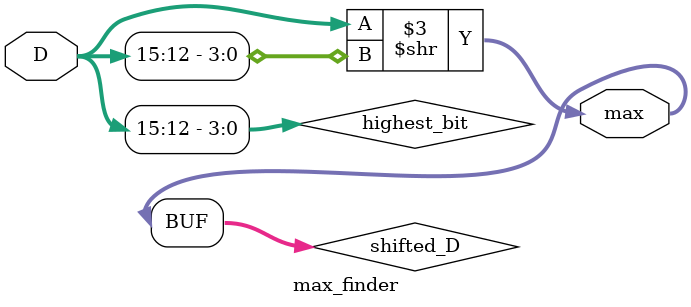
<source format=v>

module max_finder (
    input [15:0] D,
    output reg [15:0] max
);

reg [15:0] shifted_D;
reg [3:0] highest_bit;

always @ (D) begin
    highest_bit = D >> 12;
    shifted_D = D >> highest_bit;
    max = shifted_D;
end

endmodule
</source>
